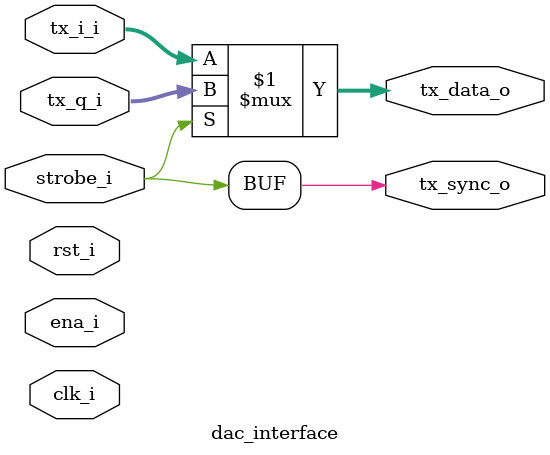
<source format=v>

`include "../top/config.vh"

module dac_interface(clk_i,rst_i,ena_i,strobe_i,tx_i_i,tx_q_i,tx_data_o,tx_sync_o);
   input clk_i;
   input rst_i;
   input ena_i;
   input strobe_i;
   
   input [13:0] tx_i_i;
   input [13:0] tx_q_i;

   output [13:0] tx_data_o;
   output 	 tx_sync_o;

`ifdef TX_RATE_MAX
   wire clk128;
   reg clk64_d;
   reg [13:0] tx_data_o;
   
   // Create a 128 MHz clock
   dacpll pll128(.areset(rst_i),.inclk0(clk_i),.c0(clk128));

   // Register the clk64 clock in the clk128 domain
   always @(posedge clk128)
     clk64_d <= clk_i;

   // Register the tx data in the clk128 domain
   always @(posedge clk128)
     tx_data_o <= clk64_d ? tx_i_i : tx_q_i;

   assign tx_sync_o = clk64_d;
   

`else // !`ifdef TX_RATE_MAX
   assign tx_data_o = strobe_i ? tx_q_i : tx_i_i;
   assign tx_sync_o = strobe_i;
`endif // !`ifdef TX_RATE_MAX
   
endmodule // dac_interface

</source>
